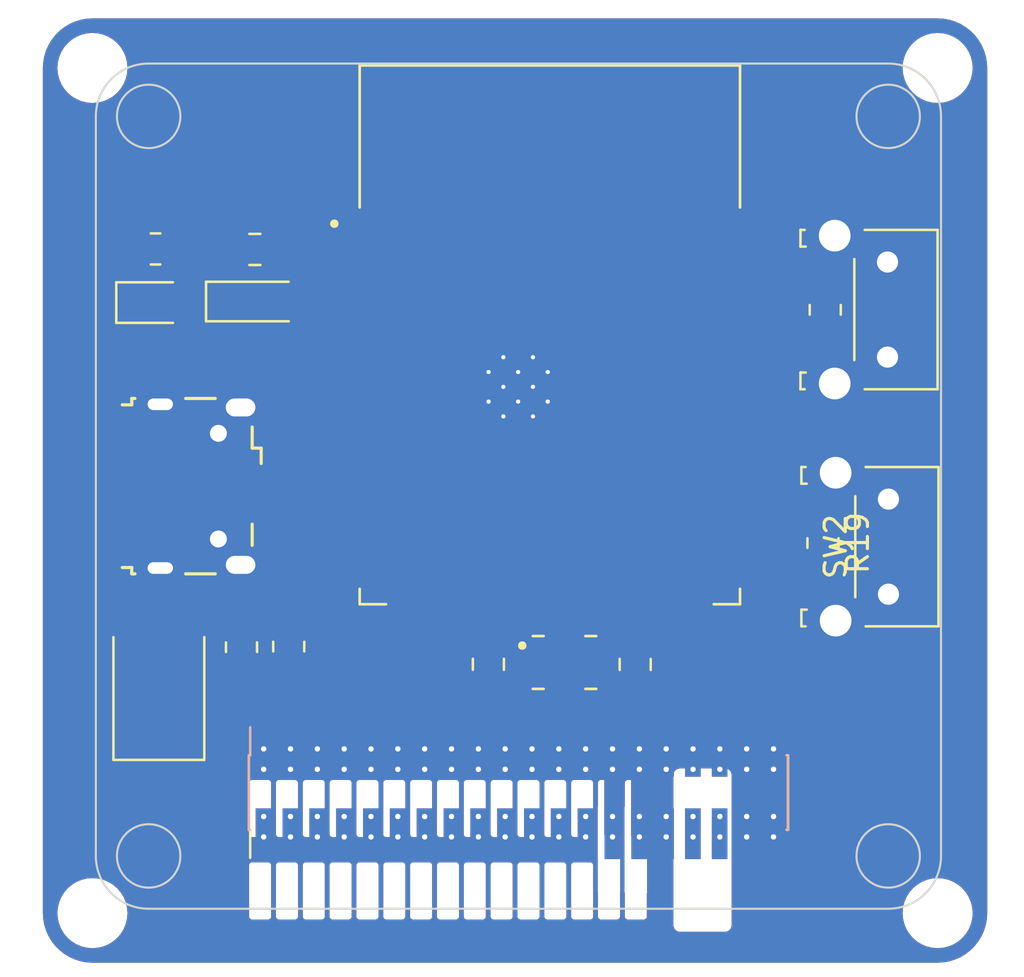
<source format=kicad_pcb>
(kicad_pcb (version 20221018) (generator pcbnew)
  (title_block (date "2023-06-14"))
  (layers (0 "F.Cu" signal) (31 "B.Cu" signal) (34 "B.Paste" user) (35 "F.Paste" user) (36 "B.SilkS" user "B.Silkscreen") (37 "F.SilkS" user "F.Silkscreen") (38 "B.Mask" user) (39 "F.Mask" user) (44 "Edge.Cuts" user))
  (net 0 "")
  (net 1 "+3.3V")
  (net 2 "+5V")
  (net 3 "/SPI_CS")
  (net 4 "/SPI_CLK")
  (net 5 "/SPI_MOSI")
  (net 6 "/SPI_MISO")
  (net 7 "/I2C_CLK")
  (net 8 "/GPIO_1")
  (net 9 "/GPIO_2")
  (net 10 "/GPIO_3")
  (net 11 "/GPIO_4")
  (net 12 "/GPIO_5")
  (net 13 "/GPIO_6")
  (net 14 "/GPIO_7")
  (net 15 "/GPIO_8")
  (net 16 "/ADC_1")
  (net 17 "/ADC_3")
  (net 18 "/ADC_4")
  (net 19 "/ADC_2")
  (net 20 "/I2C_SDA")
  (net 21 "Net-(D2-A)")
  (net 22 "/UART1_Rx")
  (net 23 "GND")
  (net 24 "/UART1_Tx")
  (net 25 "Net-(D1-K)")
  (net 26 "/LED")
  (net 27 "Net-(R1-Pad2)")
  (net 28 "/spi3_cs")
  (net 29 "/spi3_clk")
  (net 30 "/spi3_mosi")
  (net 31 "/spi3_miso")
  (net 32 "Net-(U1-IO0)")
  (net 33 "/IMU_FSYNC")
  (net 35 "/UART2_Rx")
  (net 36 "/UART2_Tx")
  (net 37 "/GPIO_11")
  (net 38 "/GPIO_12")
  (net 39 "/GPIO_9")
  (net 40 "/GPIO_10")
  (net 41 "/+BATT")
  (net 42 "Net-(J3-D-)")
  (net 43 "Net-(J3-D+)")
  (net 45 "/usb+")
  (net 46 "/usb-")
  (net 47 "Net-(R19-Pad2)")
  (net 48 "Net-(U1-IO45)")
  (footprint "Connector_PinHeader_1.27mm:PinHeader_2x20_P1.27mm_Vertical_SMD" (layer "F.Cu") (at 65.321233 70.803266 90)
    (fp_text reference "J1" hide)
    (fp_text value "TOP" hide)
    (fp_line (start -3.09 -12.695) (end -1.765 -12.695) (stroke (width 0.12)) (layer "F.SilkS"))
    (fp_line (start -1.765 -12.76) (end -1.765 -12.695) (stroke (width 0.12)) (layer "F.SilkS"))
    (fp_line (start -1.765 -12.76) (end 1.765 -12.76) (stroke (width 0.12)) (layer "F.SilkS"))
    (fp_line (start -1.765 12.695) (end -1.765 12.76) (stroke (width 0.12)) (layer "F.SilkS"))
    (fp_line (start -1.765 12.76) (end 1.765 12.76) (stroke (width 0.12)) (layer "F.SilkS"))
    (fp_line (start 1.765 -12.76) (end 1.765 -12.695) (stroke (width 0.12)) (layer "F.SilkS"))
    (fp_line (start 1.765 12.695) (end 1.765 12.76) (stroke (width 0.12)) (layer "F.SilkS"))
    (pad "1" smd rect (at -1.95 -12.065 90) (size 2.4 0.74) (layers "F.Cu" "F.Paste" "F.Mask") (net 16 "/ADC_1"))
    (pad "2" smd rect (at 1.95 -12.065 90) (size 2.4 0.74) (layers "F.Cu" "F.Paste" "F.Mask") (net 19 "/ADC_2"))
    (pad "3" smd rect (at -1.95 -10.795 90) (size 2.4 0.74) (layers "F.Cu" "F.Paste" "F.Mask") (net 17 "/ADC_3"))
    (pad "4" smd rect (at 1.95 -10.795 90) (size 2.4 0.74) (layers "F.Cu" "F.Paste" "F.Mask") (net 18 "/ADC_4"))
    (pad "5" smd rect (at -1.95 -9.525 90) (size 2.4 0.74) (layers "F.Cu" "F.Paste" "F.Mask") (net 22 "/UART1_Rx"))
    (pad "6" smd rect (at 1.95 -9.525 90) (size 2.4 0.74) (layers "F.Cu" "F.Paste" "F.Mask") (net 24 "/UART1_Tx"))
    (pad "7" smd rect (at -1.95 -8.255 90) (size 2.4 0.74) (layers "F.Cu" "F.Paste" "F.Mask") (net 35 "/UART2_Rx"))
    (pad "8" smd rect (at 1.95 -8.255 90) (size 2.4 0.74) (layers "F.Cu" "F.Paste" "F.Mask") (net 36 "/UART2_Tx"))
    (pad "9" smd rect (at -1.95 -6.985 90) (size 2.4 0.74) (layers "F.Cu" "F.Paste" "F.Mask") (net 20 "/I2C_SDA"))
    (pad "10" smd rect (at 1.95 -6.985 90) (size 2.4 0.74) (layers "F.Cu" "F.Paste" "F.Mask") (net 7 "/I2C_CLK"))
    (pad "11" smd rect (at -1.95 -5.715 90) (size 2.4 0.74) (layers "F.Cu" "F.Paste" "F.Mask") (net 3 "/SPI_CS"))
    (pad "12" smd rect (at 1.95 -5.715 90) (size 2.4 0.74) (layers "F.Cu" "F.Paste" "F.Mask") (net 4 "/SPI_CLK"))
    (pad "13" smd rect (at -1.95 -4.445 90) (size 2.4 0.74) (layers "F.Cu" "F.Paste" "F.Mask") (net 5 "/SPI_MOSI"))
    (pad "14" smd rect (at 1.95 -4.445 90) (size 2.4 0.74) (layers "F.Cu" "F.Paste" "F.Mask") (net 6 "/SPI_MISO"))
    (pad "15" smd rect (at -1.95 -3.175 90) (size 2.4 0.74) (layers "F.Cu" "F.Paste" "F.Mask") (net 8 "/GPIO_1"))
    (pad "16" smd rect (at 1.95 -3.175 90) (size 2.4 0.74) (layers "F.Cu" "F.Paste" "F.Mask") (net 9 "/GPIO_2"))
    (pad "17" smd rect (at -1.95 -1.905 90) (size 2.4 0.74) (layers "F.Cu" "F.Paste" "F.Mask") (net 10 "/GPIO_3"))
    (pad "18" smd rect (at 1.95 -1.905 90) (size 2.4 0.74) (layers "F.Cu" "F.Paste" "F.Mask") (net 11 "/GPIO_4"))
    (pad "19" smd rect (at -1.95 -0.635 90) (size 2.4 0.74) (layers "F.Cu" "F.Paste" "F.Mask") (net 12 "/GPIO_5"))
    (pad "20" smd rect (at 1.95 -0.635 90) (size 2.4 0.74) (layers "F.Cu" "F.Paste" "F.Mask") (net 13 "/GPIO_6"))
    (pad "21" smd rect (at -1.95 0.635 90) (size 2.4 0.74) (layers "F.Cu" "F.Paste" "F.Mask") (net 14 "/GPIO_7"))
    (pad "22" smd rect (at 1.95 0.635 90) (size 2.4 0.74) (layers "F.Cu" "F.Paste" "F.Mask") (net 15 "/GPIO_8"))
    (pad "23" smd rect (at -1.95 1.905 90) (size 2.4 0.74) (layers "F.Cu" "F.Paste" "F.Mask") (net 39 "/GPIO_9"))
    (pad "24" smd rect (at 1.95 1.905 90) (size 2.4 0.74) (layers "F.Cu" "F.Paste" "F.Mask") (net 40 "/GPIO_10"))
    (pad "25" smd rect (at -1.95 3.175 90) (size 2.4 0.74) (layers "F.Cu" "F.Paste" "F.Mask") (net 37 "/GPIO_11"))
    (pad "26" smd rect (at 1.95 3.175 90) (size 2.4 0.74) (layers "F.Cu" "F.Paste" "F.Mask") (net 38 "/GPIO_12"))
    (pad "27" smd rect (at -1.95 4.445 90) (size 2.4 0.74) (layers "F.Cu" "F.Paste" "F.Mask") (net 1 "+3.3V"))
    (pad "28" smd rect (at 1.95 4.445 90) (size 2.4 0.74) (layers "F.Cu" "F.Paste" "F.Mask") (net 1 "+3.3V"))
    (pad "29" smd rect (at -1.95 5.715 90) (size 2.4 0.74) (layers "F.Cu" "F.Paste" "F.Mask") (net 2 "+5V"))
    (pad "30" smd rect (at 1.95 5.715 90) (size 2.4 0.74) (layers "F.Cu" "F.Paste" "F.Mask") (net 2 "+5V"))
    (pad "31" smd rect (at -1.95 6.985 90) (size 2.4 0.74) (layers "F.Cu" "F.Paste" "F.Mask") (net 23 "GND"))
    (pad "32" smd rect (at 1.95 6.985 90) (size 2.4 0.74) (layers "F.Cu" "F.Paste" "F.Mask") (net 23 "GND"))
    (pad "33" smd rect (at -1.95 8.255 90) (size 2.4 0.74) (layers "F.Cu" "F.Paste" "F.Mask") (net 41 "/+BATT"))
    (pad "34" smd rect (at 1.95 8.255 90) (size 2.4 0.74) (layers "F.Cu" "F.Paste" "F.Mask") (net 41 "/+BATT"))
    (pad "35" smd rect (at -1.95 9.525 90) (size 2.4 0.74) (layers "F.Cu" "F.Paste" "F.Mask") (net 41 "/+BATT"))
    (pad "36" smd rect (at 1.95 9.525 90) (size 2.4 0.74) (layers "F.Cu" "F.Paste" "F.Mask") (net 41 "/+BATT"))
    (pad "37" smd rect (at -1.95 10.795 90) (size 2.4 0.74) (layers "F.Cu" "F.Paste" "F.Mask") (net 23 "GND"))
    (pad "38" smd rect (at 1.95 10.795 90) (size 2.4 0.74) (layers "F.Cu" "F.Paste" "F.Mask") (net 23 "GND"))
    (pad "39" smd rect (at -1.95 12.065 90) (size 2.4 0.74) (layers "F.Cu" "F.Paste" "F.Mask") (net 23 "GND"))
    (pad "40" smd rect (at 1.95 12.065 90) (size 2.4 0.74) (layers "F.Cu" "F.Paste" "F.Mask") (net 23 "GND"))
  )
  (footprint "Capacitor_SMD:C_0805_2012Metric" (layer "F.Cu") (at 70.846433 64.740466 90)
    (fp_text reference "C4" hide)
    (fp_text value "0.1uF")
    (fp_line (start -0.261252 -0.735) (end 0.261252 -0.735) (stroke (width 0.12)) (layer "F.SilkS"))
    (fp_line (start -0.261252 0.735) (end 0.261252 0.735) (stroke (width 0.12)) (layer "F.SilkS"))
    (pad "1" smd roundrect (at -0.95 0 90) (size 1 1.45) (layers "F.Cu" "F.Paste" "F.Mask") (net 1 "+3.3V"))
    (pad "2" smd roundrect (at 0.95 0 90) (size 1 1.45) (layers "F.Cu" "F.Paste" "F.Mask") (net 23 "GND"))
  )
  (footprint "Resistor_SMD:R_0805_2012Metric" (layer "F.Cu") (at 54.450633 63.895366 90)
    (fp_text reference "R29" hide)
    (fp_text value "22")
    (fp_line (start -0.227064 -0.735) (end 0.227064 -0.735) (stroke (width 0.12)) (layer "F.SilkS"))
    (fp_line (start -0.227064 0.735) (end 0.227064 0.735) (stroke (width 0.12)) (layer "F.SilkS"))
    (pad "1" smd roundrect (at -0.9125 0 90) (size 1.025 1.4) (layers "F.Cu" "F.Paste" "F.Mask") (roundrect_rratio 0.243902) (net 43 "Net-(J3-D+)"))
    (pad "2" smd roundrect (at 0.9125 0 90) (size 1.025 1.4) (layers "F.Cu" "F.Paste" "F.Mask") (roundrect_rratio 0.243902) (net 45 "/usb+"))
  )
  (footprint "Capacitor_SMD:C_0805_2012Metric" (layer "F.Cu") (at 52.846633 45.101266)
    (fp_text reference "C2" hide)
    (fp_text value "0.1uF")
    (fp_line (start -0.261252 -0.735) (end 0.261252 -0.735) (stroke (width 0.12)) (layer "F.SilkS"))
    (fp_line (start -0.261252 0.735) (end 0.261252 0.735) (stroke (width 0.12)) (layer "F.SilkS"))
    (pad "1" smd roundrect (at -0.95 0) (size 1 1.45) (layers "F.Cu" "F.Paste" "F.Mask") (net 1 "+3.3V"))
    (pad "2" smd roundrect (at 0.95 0) (size 1 1.45) (layers "F.Cu" "F.Paste" "F.Mask") (net 23 "GND"))
  )
  (footprint "Diode_SMD:D_SMB" (layer "F.Cu") (at 48.303833 65.599066 90)
    (fp_text reference "D2" hide)
    (fp_text value "SS54")
    (fp_line (start -3.66 -2.15) (end -3.66 2.15) (stroke (width 0.12)) (layer "F.SilkS"))
    (fp_line (start -3.66 -2.15) (end 2.15 -2.15) (stroke (width 0.12)) (layer "F.SilkS"))
    (fp_line (start -3.66 2.15) (end 2.15 2.15) (stroke (width 0.12)) (layer "F.SilkS"))
    (pad "1" smd roundrect (at -2.15 0 90) (size 2.5 2.3) (layers "F.Cu" "F.Paste" "F.Mask") (roundrect_rratio 0.1086956522) (net 2 "+5V"))
    (pad "2" smd roundrect (at 2.15 0 90) (size 2.5 2.3) (layers "F.Cu" "F.Paste" "F.Mask") (roundrect_rratio 0.1086956522) (net 21 "Net-(D2-A)"))
  )
  (footprint "Button_Switch_THT:SW_SPST_Omron_B3F-315x_Angled" (layer "F.Cu") (at 82.833233 56.917666 -90)
    (fp_text reference "SW2" (at 2.25 2.5 90) (layer "F.SilkS"))
    (fp_text value "SW_Push")
    (fp_line (start -1.52 -2.37) (end -1.52 1.08) (stroke (width 0.12)) (layer "F.SilkS"))
    (fp_line (start -1.52 3.92) (end -1.52 4.12) (stroke (width 0.12)) (layer "F.SilkS"))
    (fp_line (start -0.73 4.12) (end -1.52 4.12) (stroke (width 0.12)) (layer "F.SilkS"))
    (fp_line (start -0.73 4.12) (end -0.73 3.87) (stroke (width 0.12)) (layer "F.SilkS"))
    (fp_line (start -0.14 1.57) (end 4.64 1.57) (stroke (width 0.12)) (layer "F.SilkS"))
    (fp_line (start 5.23 4.12) (end 5.23 3.87) (stroke (width 0.12)) (layer "F.SilkS"))
    (fp_line (start 6.02 -2.37) (end -1.52 -2.37) (stroke (width 0.12)) (layer "F.SilkS"))
    (fp_line (start 6.02 1.08) (end 6.02 -2.37) (stroke (width 0.12)) (layer "F.SilkS"))
    (fp_line (start 6.02 3.92) (end 6.02 4.12) (stroke (width 0.12)) (layer "F.SilkS"))
    (fp_line (start 6.02 4.12) (end 5.23 4.12) (stroke (width 0.12)) (layer "F.SilkS"))
    (pad "" thru_hole circle (at -1.25 2.5 90) (size 2.4 2.4) (drill 1.5) (layers "*.Cu" "*.Mask"))
    (pad "" thru_hole circle (at 5.75 2.5 90) (size 2.4 2.4) (drill 1.5) (layers "*.Cu" "*.Mask"))
    (pad "1" thru_hole circle (at 0 0 90) (size 1.7 1.7) (drill 1) (layers "*.Cu" "*.Mask") (net 47 "Net-(R19-Pad2)"))
    (pad "2" thru_hole circle (at 4.5 0 90) (size 1.7 1.7) (drill 1) (layers "*.Cu" "*.Mask") (net 48 "Net-(U1-IO45)"))
  )
  (footprint "Connector_USB:USB_Micro-B_Wuerth_629105150521" (layer "F.Cu") (at 50.321233 56.303266 -90)
    (fp_text reference "J3" hide)
    (fp_text value "USB_B_Micro")
    (fp_line (start -4.15 -0.65) (end -4.15 0.75) (stroke (width 0.15)) (layer "F.SilkS"))
    (fp_line (start -4.15 3.15) (end -4.15 3.3) (stroke (width 0.15)) (layer "F.SilkS"))
    (fp_line (start -4.15 3.3) (end -3.85 3.3) (stroke (width 0.15)) (layer "F.SilkS"))
    (fp_line (start -3.85 3.3) (end -3.85 3.75) (stroke (width 0.15)) (layer "F.SilkS"))
    (fp_line (start -1.8 -2.825) (end -1.8 -2.4) (stroke (width 0.15)) (layer "F.SilkS"))
    (fp_line (start -1.8 -2.4) (end -2.8 -2.4) (stroke (width 0.15)) (layer "F.SilkS"))
    (fp_line (start -1.075 -2.825) (end -1.8 -2.825) (stroke (width 0.15)) (layer "F.SilkS"))
    (fp_line (start 1.8 -2.4) (end 2.8 -2.4) (stroke (width 0.15)) (layer "F.SilkS"))
    (fp_line (start 3.85 3.3) (end 4.15 3.3) (stroke (width 0.15)) (layer "F.SilkS"))
    (fp_line (start 3.85 3.75) (end 3.85 3.3) (stroke (width 0.15)) (layer "F.SilkS"))
    (fp_line (start 4.15 0.75) (end 4.15 -0.65) (stroke (width 0.15)) (layer "F.SilkS"))
    (fp_line (start 4.15 3.3) (end 4.15 3.15) (stroke (width 0.15)) (layer "F.SilkS"))
    (pad "" np_thru_hole oval (at -2.5 -0.8 270) (size 0.8 0.8) (drill 0.8) (layers "*.Cu" "*.Mask"))
    (pad "" np_thru_hole oval (at 2.5 -0.8 270) (size 0.8 0.8) (drill 0.8) (layers "*.Cu" "*.Mask"))
    (pad "1" smd rect (at -1.3 -1.9 270) (size 0.45 1.3) (layers "F.Cu" "F.Paste" "F.Mask") (net 21 "Net-(D2-A)"))
    (pad "2" smd rect (at -0.65 -1.9 270) (size 0.45 1.3) (layers "F.Cu" "F.Paste" "F.Mask") (net 42 "Net-(J3-D-)"))
    (pad "3" smd rect (at 0 -1.9 270) (size 0.45 1.3) (layers "F.Cu" "F.Paste" "F.Mask") (net 43 "Net-(J3-D+)"))
    (pad "4" smd rect (at 0.65 -1.9 270) (size 0.45 1.3) (layers "F.Cu" "F.Paste" "F.Mask"))
    (pad "5" smd rect (at 1.3 -1.9 270) (size 0.45 1.3) (layers "F.Cu" "F.Paste" "F.Mask") (net 23 "GND"))
    (pad "6" thru_hole oval (at -3.875 1.95 270) (size 1.15 1.8) (drill oval 0.55 1.2) (layers "*.Cu" "*.Mask") (net 23 "GND"))
    (pad "6" thru_hole oval (at -3.725 -1.85 270) (size 1.45 2) (drill oval 0.85 1.4) (layers "*.Cu" "*.Mask") (net 23 "GND"))
    (pad "6" thru_hole oval (at 3.725 -1.85 270) (size 1.45 2) (drill oval 0.85 1.4) (layers "*.Cu" "*.Mask") (net 23 "GND"))
    (pad "6" thru_hole oval (at 3.875 1.95 270) (size 1.15 1.8) (drill oval 0.55 1.2) (layers "*.Cu" "*.Mask") (net 23 "GND"))
  )
  (footprint "Resistor_SMD:R_0805_2012Metric" (layer "F.Cu") (at 52.215433 63.924566 90)
    (fp_text reference "R30" hide)
    (fp_text value "22")
    (fp_line (start -0.227064 -0.735) (end 0.227064 -0.735) (stroke (width 0.12)) (layer "F.SilkS"))
    (fp_line (start -0.227064 0.735) (end 0.227064 0.735) (stroke (width 0.12)) (layer "F.SilkS"))
    (pad "1" smd roundrect (at -0.9125 0 90) (size 1.025 1.4) (layers "F.Cu" "F.Paste" "F.Mask") (roundrect_rratio 0.243902) (net 42 "Net-(J3-D-)"))
    (pad "2" smd roundrect (at 0.9125 0 90) (size 1.025 1.4) (layers "F.Cu" "F.Paste" "F.Mask") (roundrect_rratio 0.243902) (net 46 "/usb-"))
  )
  (footprint "ICM-42688-P:ICM-42688-P" (layer "F.Cu") (at 67.501633 64.648466)
    (fp_text reference "U2" hide)
    (fp_text value "ICM-42688-P")
    (fp_line (start -1.5 -1.25) (end -0.99 -1.25) (stroke (width 0.127)) (layer "F.SilkS"))
    (fp_line (start -1.5 1.25) (end -0.99 1.25) (stroke (width 0.127)) (layer "F.SilkS"))
    (fp_line (start 0.99 -1.25) (end 1.5 -1.25) (stroke (width 0.127)) (layer "F.SilkS"))
    (fp_line (start 1.5 1.25) (end 0.99 1.25) (stroke (width 0.127)) (layer "F.SilkS"))
    (fp_circle (center -2 -0.8) (end -1.9 -0.8) (stroke (width 0.2)) (fill none) (layer "F.SilkS"))
    (pad "1" smd roundrect (at -1.165 -0.75) (size 0.59 0.35) (layers "F.Cu" "F.Paste") (roundrect_rratio 0.09) (net 31 "/spi3_miso"))
    (pad "2" smd roundrect (at -1.165 -0.25) (size 0.59 0.35) (layers "F.Cu" "F.Paste") (roundrect_rratio 0.09) (net 23 "GND"))
    (pad "3" smd roundrect (at -1.165 0.25) (size 0.59 0.35) (layers "F.Cu" "F.Paste") (roundrect_rratio 0.09) (net 23 "GND"))
    (pad "4" smd roundrect (at -1.165 0.75) (size 0.59 0.35) (layers "F.Cu" "F.Paste") (roundrect_rratio 0.09))
    (pad "5" smd roundrect (at -0.5 0.915 90) (size 0.59 0.35) (layers "F.Cu" "F.Paste") (roundrect_rratio 0.09) (net 1 "+3.3V"))
    (pad "6" smd roundrect (at 0 0.915 90) (size 0.59 0.35) (layers "F.Cu" "F.Paste") (roundrect_rratio 0.09) (net 23 "GND"))
    (pad "7" smd roundrect (at 0.5 0.915 90) (size 0.59 0.35) (layers "F.Cu" "F.Paste") (roundrect_rratio 0.09) (net 23 "GND"))
    (pad "8" smd roundrect (at 1.165 0.75 180) (size 0.59 0.35) (layers "F.Cu" "F.Paste") (roundrect_rratio 0.09) (net 1 "+3.3V"))
    (pad "9" smd roundrect (at 1.165 0.25 180) (size 0.59 0.35) (layers "F.Cu" "F.Paste") (roundrect_rratio 0.09) (net 33 "/IMU_FSYNC"))
    (pad "10" smd roundrect (at 1.165 -0.25 180) (size 0.59 0.35) (layers "F.Cu" "F.Paste") (roundrect_rratio 0.09) (net 23 "GND"))
    (pad "11" smd roundrect (at 1.165 -0.75 180) (size 0.59 0.35) (layers "F.Cu" "F.Paste") (roundrect_rratio 0.09) (net 23 "GND"))
    (pad "12" smd roundrect (at 0.5 -0.915 270) (size 0.59 0.35) (layers "F.Cu" "F.Paste") (roundrect_rratio 0.09) (net 28 "/spi3_cs"))
    (pad "13" smd roundrect (at 0 -0.915 270) (size 0.59 0.35) (layers "F.Cu" "F.Paste") (roundrect_rratio 0.09) (net 29 "/spi3_clk"))
    (pad "14" smd roundrect (at -0.5 -0.915 270) (size 0.59 0.35) (layers "F.Cu" "F.Paste") (roundrect_rratio 0.09) (net 30 "/spi3_mosi"))
  )
  (footprint "Button_Switch_THT:SW_SPST_Omron_B3F-315x_Angled" (layer "F.Cu") (at 82.788833 45.696065 -90)
    (fp_text reference "SW1" hide)
    (fp_text value "SW_Push")
    (fp_line (start -1.52 -2.37) (end -1.52 1.08) (stroke (width 0.12)) (layer "F.SilkS"))
    (fp_line (start -1.52 3.92) (end -1.52 4.12) (stroke (width 0.12)) (layer "F.SilkS"))
    (fp_line (start -0.73 4.12) (end -1.52 4.12) (stroke (width 0.12)) (layer "F.SilkS"))
    (fp_line (start -0.73 4.12) (end -0.73 3.87) (stroke (width 0.12)) (layer "F.SilkS"))
    (fp_line (start -0.14 1.57) (end 4.64 1.57) (stroke (width 0.12)) (layer "F.SilkS"))
    (fp_line (start 5.23 4.12) (end 5.23 3.87) (stroke (width 0.12)) (layer "F.SilkS"))
    (fp_line (start 6.02 -2.37) (end -1.52 -2.37) (stroke (width 0.12)) (layer "F.SilkS"))
    (fp_line (start 6.02 1.08) (end 6.02 -2.37) (stroke (width 0.12)) (layer "F.SilkS"))
    (fp_line (start 6.02 3.92) (end 6.02 4.12) (stroke (width 0.12)) (layer "F.SilkS"))
    (fp_line (start 6.02 4.12) (end 5.23 4.12) (stroke (width 0.12)) (layer "F.SilkS"))
    (pad "" thru_hole circle (at -1.25 2.5 90) (size 2.4 2.4) (drill 1.5) (layers "*.Cu" "*.Mask"))
    (pad "" thru_hole circle (at 5.75 2.5 90) (size 2.4 2.4) (drill 1.5) (layers "*.Cu" "*.Mask"))
    (pad "1" thru_hole circle (at 0 0 90) (size 1.7 1.7) (drill 1) (layers "*.Cu" "*.Mask") (net 27 "Net-(R1-Pad2)"))
    (pad "2" thru_hole circle (at 4.5 0 90) (size 1.7 1.7) (drill 1) (layers "*.Cu" "*.Mask") (net 32 "Net-(U1-IO0)"))
  )
  (footprint "Capacitor_SMD:C_0805_2012Metric" (layer "F.Cu") (at 63.899433 64.735466 90)
    (fp_text reference "C3" hide)
    (fp_text value "0.1uF")
    (fp_line (start -0.261252 -0.735) (end 0.261252 -0.735) (stroke (width 0.12)) (layer "F.SilkS"))
    (fp_line (start -0.261252 0.735) (end 0.261252 0.735) (stroke (width 0.12)) (layer "F.SilkS"))
    (pad "1" smd roundrect (at -0.95 0 90) (size 1 1.45) (layers "F.Cu" "F.Paste" "F.Mask") (net 1 "+3.3V"))
    (pad "2" smd roundrect (at 0.95 0 90) (size 1 1.45) (layers "F.Cu" "F.Paste" "F.Mask") (net 23 "GND"))
  )
  (footprint "ESP32-S3-WROOM-1:ESP32-S3-WROOM-1" (layer "F.Cu") (at 66.808033 49.142066)
    (fp_text reference "U1" hide)
    (fp_text value "ESP32-S3-WROOM-1-N16R2")
    (fp_line (start -9 -12.75) (end 9 -12.75) (stroke (width 0.127)) (layer "F.SilkS"))
    (fp_line (start -9 -6.03) (end -9 -12.75) (stroke (width 0.127)) (layer "F.SilkS"))
    (fp_line (start -9 12.02) (end -9 12.75) (stroke (width 0.127)) (layer "F.SilkS"))
    (fp_line (start -9 12.75) (end -7.755 12.75) (stroke (width 0.127)) (layer "F.SilkS"))
    (fp_line (start 9 -12.75) (end 9 -6.03) (stroke (width 0.127)) (layer "F.SilkS"))
    (fp_line (start 9 12.02) (end 9 12.75) (stroke (width 0.127)) (layer "F.SilkS"))
    (fp_line (start 9 12.75) (end 7.755 12.75) (stroke (width 0.127)) (layer "F.SilkS"))
    (fp_circle (center -10.2 -5.26) (end -10.1 -5.26) (stroke (width 0.2)) (fill none) (layer "F.SilkS"))
    (pad "1" smd rect (at -8.75 -5.26) (size 1.5 0.9) (layers "F.Cu" "F.Paste" "F.Mask") (net 23 "GND"))
    (pad "2" smd rect (at -8.75 -3.99) (size 1.5 0.9) (layers "F.Cu" "F.Paste" "F.Mask") (net 1 "+3.3V"))
    (pad "3" smd rect (at -8.75 -2.72) (size 1.5 0.9) (layers "F.Cu" "F.Paste" "F.Mask") (net 1 "+3.3V"))
    (pad "4" smd rect (at -8.75 -1.45) (size 1.5 0.9) (layers "F.Cu" "F.Paste" "F.Mask") (net 16 "/ADC_1"))
    (pad "5" smd rect (at -8.75 -0.18) (size 1.5 0.9) (layers "F.Cu" "F.Paste" "F.Mask") (net 19 "/ADC_2"))
    (pad "6" smd rect (at -8.75 1.09) (size 1.5 0.9) (layers "F.Cu" "F.Paste" "F.Mask") (net 17 "/ADC_3"))
    (pad "7" smd rect (at -8.75 2.36) (size 1.5 0.9) (layers "F.Cu" "F.Paste" "F.Mask") (net 18 "/ADC_4"))
    (pad "8" smd rect (at -8.75 3.63) (size 1.5 0.9) (layers "F.Cu" "F.Paste" "F.Mask") (net 35 "/UART2_Rx"))
    (pad "9" smd rect (at -8.75 4.9) (size 1.5 0.9) (layers "F.Cu" "F.Paste" "F.Mask") (net 36 "/UART2_Tx"))
    (pad "10" smd rect (at -8.75 6.17) (size 1.5 0.9) (layers "F.Cu" "F.Paste" "F.Mask") (net 20 "/I2C_SDA"))
    (pad "11" smd rect (at -8.75 7.44) (size 1.5 0.9) (layers "F.Cu" "F.Paste" "F.Mask") (net 7 "/I2C_CLK"))
    (pad "12" smd rect (at -8.75 8.71) (size 1.5 0.9) (layers "F.Cu" "F.Paste" "F.Mask") (net 26 "/LED"))
    (pad "13" smd rect (at -8.75 9.98) (size 1.5 0.9) (layers "F.Cu" "F.Paste" "F.Mask") (net 46 "/usb-"))
    (pad "14" smd rect (at -8.75 11.25) (size 1.5 0.9) (layers "F.Cu" "F.Paste" "F.Mask") (net 45 "/usb+"))
    (pad "15" smd rect (at -6.985 12.5) (size 0.9 1.5) (layers "F.Cu" "F.Paste" "F.Mask") (net 6 "/SPI_MISO"))
    (pad "16" smd rect (at -5.715 12.5) (size 0.9 1.5) (layers "F.Cu" "F.Paste" "F.Mask") (net 3 "/SPI_CS"))
    (pad "17" smd rect (at -4.445 12.5) (size 0.9 1.5) (layers "F.Cu" "F.Paste" "F.Mask") (net 5 "/SPI_MOSI"))
    (pad "18" smd rect (at -3.175 12.5) (size 0.9 1.5) (layers "F.Cu" "F.Paste" "F.Mask") (net 4 "/SPI_CLK"))
    (pad "19" smd rect (at -1.905 12.5) (size 0.9 1.5) (layers "F.Cu" "F.Paste" "F.Mask") (net 31 "/spi3_miso"))
    (pad "20" smd rect (at -0.635 12.5) (size 0.9 1.5) (layers "F.Cu" "F.Paste" "F.Mask") (net 33 "/IMU_FSYNC"))
    (pad "21" smd rect (at 0.635 12.5) (size 0.9 1.5) (layers "F.Cu" "F.Paste" "F.Mask") (net 28 "/spi3_cs"))
    (pad "22" smd rect (at 1.905 12.5) (size 0.9 1.5) (layers "F.Cu" "F.Paste" "F.Mask") (net 29 "/spi3_clk"))
    (pad "23" smd rect (at 3.175 12.5) (size 0.9 1.5) (layers "F.Cu" "F.Paste" "F.Mask") (net 30 "/spi3_mosi"))
    (pad "24" smd rect (at 4.445 12.5) (size 0.9 1.5) (layers "F.Cu" "F.Paste" "F.Mask") (net 8 "/GPIO_1"))
    (pad "25" smd rect (at 5.715 12.5) (size 0.9 1.5) (layers "F.Cu" "F.Paste" "F.Mask") (net 9 "/GPIO_2"))
    (pad "26" smd rect (at 6.985 12.5) (size 0.9 1.5) (layers "F.Cu" "F.Paste" "F.Mask") (net 48 "Net-(U1-IO45)"))
    (pad "27" smd rect (at 8.75 11.25) (size 1.5 0.9) (layers "F.Cu" "F.Paste" "F.Mask") (net 32 "Net-(U1-IO0)"))
    (pad "28" smd rect (at 8.75 9.98) (size 1.5 0.9) (layers "F.Cu" "F.Paste" "F.Mask") (net 10 "/GPIO_3"))
    (pad "29" smd rect (at 8.75 8.71) (size 1.5 0.9) (layers "F.Cu" "F.Paste" "F.Mask") (net 11 "/GPIO_4"))
    (pad "30" smd rect (at 8.75 7.44) (size 1.5 0.9) (layers "F.Cu" "F.Paste" "F.Mask") (net 12 "/GPIO_5"))
    (pad "31" smd rect (at 8.75 6.17) (size 1.5 0.9) (layers "F.Cu" "F.Paste" "F.Mask") (net 13 "/GPIO_6"))
    (pad "32" smd rect (at 8.75 4.9) (size 1.5 0.9) (layers "F.Cu" "F.Paste" "F.Mask") (net 14 "/GPIO_7"))
    (pad "33" smd rect (at 8.75 3.63) (size 1.5 0.9) (layers "F.Cu" "F.Paste" "F.Mask") (net 15 "/GPIO_8"))
    (pad "34" smd rect (at 8.75 2.36) (size 1.5 0.9) (layers "F.Cu" "F.Paste" "F.Mask") (net 39 "/GPIO_9"))
    (pad "35" smd rect (at 8.75 1.09) (size 1.5 0.9) (layers "F.Cu" "F.Paste" "F.Mask") (net 40 "/GPIO_10"))
    (pad "36" smd rect (at 8.75 -0.18) (size 1.5 0.9) (layers "F.Cu" "F.Paste" "F.Mask") (net 22 "/UART1_Rx"))
    (pad "37" smd rect (at 8.75 -1.45) (size 1.5 0.9) (layers "F.Cu" "F.Paste" "F.Mask") (net 24 "/UART1_Tx"))
    (pad "38" smd rect (at 8.75 -2.72) (size 1.5 0.9) (layers "F.Cu" "F.Paste" "F.Mask") (net 37 "/GPIO_11"))
    (pad "39" smd rect (at 8.75 -3.99) (size 1.5 0.9) (layers "F.Cu" "F.Paste" "F.Mask") (net 38 "/GPIO_12"))
    (pad "40" smd rect (at 8.75 -5.26) (size 1.5 0.9) (layers "F.Cu" "F.Paste" "F.Mask") (net 23 "GND"))
    (pad "41_1" smd rect (at -1.5 2.46) (size 0.9 0.9) (layers "F.Cu" "F.Paste" "F.Mask") (net 23 "GND"))
    (pad "41_2" smd rect (at -2.9 2.46) (size 0.9 0.9) (layers "F.Cu" "F.Paste" "F.Mask") (net 23 "GND"))
    (pad "41_3" smd rect (at -0.1 2.46) (size 0.9 0.9) (layers "F.Cu" "F.Paste" "F.Mask") (net 23 "GND"))
    (pad "41_4" smd rect (at -2.9 3.86) (size 0.9 0.9) (layers "F.Cu" "F.Paste" "F.Mask") (net 23 "GND"))
    (pad "41_5" smd rect (at -1.5 3.86) (size 0.9 0.9) (layers "F.Cu" "F.Paste" "F.Mask") (net 23 "GND"))
    (pad "41_6" smd rect (at -0.1 3.86) (size 0.9 0.9) (layers "F.Cu" "F.Paste" "F.Mask") (net 23 "GND"))
    (pad "41_7" smd rect (at -2.9 1.06) (size 0.9 0.9) (layers "F.Cu" "F.Paste" "F.Mask") (net 23 "GND"))
    (pad "41_8" smd rect (at -1.5 1.06) (size 0.9 0.9) (layers "F.Cu" "F.Paste" "F.Mask") (net 23 "GND"))
    (pad "41_9" smd rect (at -0.1 1.06) (size 0.9 0.9) (layers "F.Cu" "F.Paste" "F.Mask") (net 23 "GND"))
    (pad "41_10" thru_hole circle (at -1.5 1.76) (size 0.4 0.4) (drill 0.2) (layers "*.Cu"))
    (pad "41_11" thru_hole circle (at -2.9 1.76) (size 0.4 0.4) (drill 0.2) (layers "*.Cu"))
    (pad "41_12" thru_hole circle (at -0.1 1.76) (size 0.4 0.4) (drill 0.2) (layers "*.Cu"))
    (pad "41_13" thru_hole circle (at -2.9 3.16) (size 0.4 0.4) (drill 0.2) (layers "*.Cu"))
    (pad "41_14" thru_hole circle (at -1.5 3.16) (size 0.4 0.4) (drill 0.2) (layers "*.Cu"))
    (pad "41_15" thru_hole circle (at -0.1 3.16) (size 0.4 0.4) (drill 0.2) (layers "*.Cu"))
    (pad "41_16" thru_hole circle (at -2.2 1.06) (size 0.4 0.4) (drill 0.2) (layers "*.Cu"))
    (pad "41_17" thru_hole circle (at -0.8 1.06) (size 0.4 0.4) (drill 0.2) (layers "*.Cu"))
    (pad "41_18" thru_hole circle (at -2.2 2.46) (size 0.4 0.4) (drill 0.2) (layers "*.Cu"))
    (pad "41_19" thru_hole circle (at -0.8 2.46) (size 0.4 0.4) (drill 0.2) (layers "*.Cu"))
    (pad "41_20" thru_hole circle (at -2.2 3.86) (size 0.4 0.4) (drill 0.2) (layers "*.Cu"))
    (pad "41_21" thru_hole circle (at -0.8 3.86) (size 0.4 0.4) (drill 0.2) (layers "*.Cu"))
    (zone (net 0) (net_name "") (layer "F.Cu") (connect_pads (clearance 0)) (min_thickness 0.01)
      (keepout (tracks not_allowed) (vias not_allowed) (pads not_allowed) (copperpour not_allowed) (footprints allowed))
      (fill (thermal_gap 0.508) (thermal_bridge_width 0.508))
      (polygon (pts (xy 57.808033 36.392066) (xy 75.808033 36.392066) (xy 75.808033 42.392066) (xy 57.808033 42.392066)))
    )
    (zone (net 0) (net_name "") (layer "B.Cu") (connect_pads (clearance 0)) (min_thickness 0.01)
      (keepout (tracks not_allowed) (vias not_allowed) (pads not_allowed) (copperpour not_allowed) (footprints allowed))
      (fill (thermal_gap 0.508) (thermal_bridge_width 0.508))
      (polygon (pts (xy 57.808033 36.392066) (xy 75.808033 36.392066) (xy 75.808033 42.392066) (xy 57.808033 42.392066)))
    )
  )
  (footprint "Resistor_SMD:R_0805_2012Metric" (layer "F.Cu") (at 79.842433 47.956665 -90)
    (fp_text reference "R1" hide)
    (fp_text value "1k")
    (fp_line (start -0.227064 -0.735) (end 0.227064 -0.735) (stroke (width 0.12)) (layer "F.SilkS"))
    (fp_line (start -0.227064 0.735) (end 0.227064 0.735) (stroke (width 0.12)) (layer "F.SilkS"))
    (pad "1" smd roundrect (at -0.9125 0 270) (size 1.025 1.4) (layers "F.Cu" "F.Paste" "F.Mask") (roundrect_rratio 0.243902) (net 23 "GND"))
    (pad "2" smd roundrect (at 0.9125 0 270) (size 1.025 1.4) (layers "F.Cu" "F.Paste" "F.Mask") (roundrect_rratio 0.243902) (net 27 "Net-(R1-Pad2)"))
  )
  (footprint "Resistor_SMD:R_0805_2012Metric" (layer "F.Cu") (at 48.147633 45.075866)
    (fp_text reference "R2" hide)
    (fp_text value "10k")
    (fp_line (start -0.227064 -0.735) (end 0.227064 -0.735) (stroke (width 0.12)) (layer "F.SilkS"))
    (fp_line (start -0.227064 0.735) (end 0.227064 0.735) (stroke (width 0.12)) (layer "F.SilkS"))
    (pad "1" smd roundrect (at -0.9125 0) (size 1.025 1.4) (layers "F.Cu" "F.Paste" "F.Mask") (roundrect_rratio 0.243902) (net 23 "GND"))
    (pad "2" smd roundrect (at 0.9125 0) (size 1.025 1.4) (layers "F.Cu" "F.Paste" "F.Mask") (roundrect_rratio 0.243902) (net 25 "Net-(D1-K)"))
  )
  (footprint "LED_SMD:LED_0805_2012Metric" (layer "F.Cu") (at 47.972133 47.615866)
    (fp_text reference "D1" hide)
    (fp_text value "LED")
    (fp_line (start -1.685 -0.96) (end -1.685 0.96) (stroke (width 0.12)) (layer "F.SilkS"))
    (fp_line (start -1.685 0.96) (end 1 0.96) (stroke (width 0.12)) (layer "F.SilkS"))
    (fp_line (start 1 -0.96) (end -1.685 -0.96) (stroke (width 0.12)) (layer "F.SilkS"))
    (pad "1" smd roundrect (at -0.9375 0) (size 0.975 1.4) (layers "F.Cu" "F.Paste" "F.Mask") (net 25 "Net-(D1-K)"))
    (pad "2" smd roundrect (at 0.9375 0) (size 0.975 1.4) (layers "F.Cu" "F.Paste" "F.Mask") (net 26 "/LED"))
  )
  (footprint "Capacitor_Tantalum_SMD:CP_EIA-3216-12_Kemet-S" (layer "F.Cu") (at 52.846633 47.565066)
    (fp_text reference "C1" hide)
    (fp_text value "47uF")
    (fp_line (start -2.31 -0.935) (end -2.31 0.935) (stroke (width 0.12)) (layer "F.SilkS"))
    (fp_line (start -2.31 0.935) (end 1.6 0.935) (stroke (width 0.12)) (layer "F.SilkS"))
    (fp_line (start 1.6 -0.935) (end -2.31 -0.935) (stroke (width 0.12)) (layer "F.SilkS"))
    (pad "1" smd roundrect (at -1.35 0) (size 1.4 1.35) (layers "F.Cu" "F.Paste" "F.Mask") (roundrect_rratio 0.185185) (net 1 "+3.3V"))
    (pad "2" smd roundrect (at 1.35 0) (size 1.4 1.35) (layers "F.Cu" "F.Paste" "F.Mask") (roundrect_rratio 0.185185) (net 23 "GND"))
  )
  (footprint "Resistor_SMD:R_0805_2012Metric" (layer "F.Cu") (at 79.732833 58.996466 -90)
    (fp_text reference "R19" (at 0 -1.65 90) (layer "F.SilkS"))
    (fp_text value "1k")
    (fp_line (start -0.227064 -0.735) (end 0.227064 -0.735) (stroke (width 0.12)) (layer "F.SilkS"))
    (fp_line (start -0.227064 0.735) (end 0.227064 0.735) (stroke (width 0.12)) (layer "F.SilkS"))
    (pad "1" smd roundrect (at -0.9125 0 270) (size 1.025 1.4) (layers "F.Cu" "F.Paste" "F.Mask") (roundrect_rratio 0.243902) (net 23 "GND"))
    (pad "2" smd roundrect (at 0.9125 0 270) (size 1.025 1.4) (layers "F.Cu" "F.Paste" "F.Mask") (roundrect_rratio 0.243902) (net 47 "Net-(R19-Pad2)"))
  )
  (footprint "Connector_PinHeader_1.27mm:PinHeader_2x20_P1.27mm_Vertical_SMD" (layer "B.Cu") (at 65.321233 70.803266 -90)
    (fp_text reference "J2" hide)
    (fp_text value "BUTTOM" hide)
    (fp_line (start -3.09 12.695) (end -1.765 12.695) (stroke (width 0.12)) (layer "B.SilkS"))
    (fp_line (start -1.765 -12.76) (end 1.765 -12.76) (stroke (width 0.12)) (layer "B.SilkS"))
    (fp_line (start -1.765 -12.695) (end -1.765 -12.76) (stroke (width 0.12)) (layer "B.SilkS"))
    (fp_line (start -1.765 12.76) (end -1.765 12.695) (stroke (width 0.12)) (layer "B.SilkS"))
    (fp_line (start -1.765 12.76) (end 1.765 12.76) (stroke (width 0.12)) (layer "B.SilkS"))
    (fp_line (start 1.765 -12.695) (end 1.765 -12.76) (stroke (width 0.12)) (layer "B.SilkS"))
    (fp_line (start 1.765 12.76) (end 1.765 12.695) (stroke (width 0.12)) (layer "B.SilkS"))
    (pad "1" smd rect (at -1.95 12.065 270) (size 2.4 0.74) (layers "B.Cu" "B.Paste" "B.Mask") (net 19 "/ADC_2"))
    (pad "2" smd rect (at 1.95 12.065 270) (size 2.4 0.74) (layers "B.Cu" "B.Paste" "B.Mask") (net 16 "/ADC_1"))
    (pad "3" smd rect (at -1.95 10.795 270) (size 2.4 0.74) (layers "B.Cu" "B.Paste" "B.Mask") (net 18 "/ADC_4"))
    (pad "4" smd rect (at 1.95 10.795 270) (size 2.4 0.74) (layers "B.Cu" "B.Paste" "B.Mask") (net 17 "/ADC_3"))
    (pad "5" smd rect (at -1.95 9.525 270) (size 2.4 0.74) (layers "B.Cu" "B.Paste" "B.Mask") (net 24 "/UART1_Tx"))
    (pad "6" smd rect (at 1.95 9.525 270) (size 2.4 0.74) (layers "B.Cu" "B.Paste" "B.Mask") (net 22 "/UART1_Rx"))
    (pad "7" smd rect (at -1.95 8.255 270) (size 2.4 0.74) (layers "B.Cu" "B.Paste" "B.Mask") (net 36 "/UART2_Tx"))
    (pad "8" smd rect (at 1.95 8.255 270) (size 2.4 0.74) (layers "B.Cu" "B.Paste" "B.Mask") (net 35 "/UART2_Rx"))
    (pad "9" smd rect (at -1.95 6.985 270) (size 2.4 0.74) (layers "B.Cu" "B.Paste" "B.Mask") (net 7 "/I2C_CLK"))
    (pad "10" smd rect (at 1.95 6.985 270) (size 2.4 0.74) (layers "B.Cu" "B.Paste" "B.Mask") (net 20 "/I2C_SDA"))
    (pad "11" smd rect (at -1.95 5.715 270) (size 2.4 0.74) (layers "B.Cu" "B.Paste" "B.Mask") (net 4 "/SPI_CLK"))
    (pad "12" smd rect (at 1.95 5.715 270) (size 2.4 0.74) (layers "B.Cu" "B.Paste" "B.Mask") (net 3 "/SPI_CS"))
    (pad "13" smd rect (at -1.95 4.445 270) (size 2.4 0.74) (layers "B.Cu" "B.Paste" "B.Mask") (net 6 "/SPI_MISO"))
    (pad "14" smd rect (at 1.95 4.445 270) (size 2.4 0.74) (layers "B.Cu" "B.Paste" "B.Mask") (net 5 "/SPI_MOSI"))
    (pad "15" smd rect (at -1.95 3.175 270) (size 2.4 0.74) (layers "B.Cu" "B.Paste" "B.Mask") (net 9 "/GPIO_2"))
    (pad "16" smd rect (at 1.95 3.175 270) (size 2.4 0.74) (layers "B.Cu" "B.Paste" "B.Mask") (net 8 "/GPIO_1"))
    (pad "17" smd rect (at -1.95 1.905 270) (size 2.4 0.74) (layers "B.Cu" "B.Paste" "B.Mask") (net 11 "/GPIO_4"))
    (pad "18" smd rect (at 1.95 1.905 270) (size 2.4 0.74) (layers "B.Cu" "B.Paste" "B.Mask") (net 10 "/GPIO_3"))
    (pad "19" smd rect (at -1.95 0.635 270) (size 2.4 0.74) (layers "B.Cu" "B.Paste" "B.Mask") (net 13 "/GPIO_6"))
    (pad "20" smd rect (at 1.95 0.635 270) (size 2.4 0.74) (layers "B.Cu" "B.Paste" "B.Mask") (net 12 "/GPIO_5"))
    (pad "21" smd rect (at -1.95 -0.635 270) (size 2.4 0.74) (layers "B.Cu" "B.Paste" "B.Mask") (net 15 "/GPIO_8"))
    (pad "22" smd rect (at 1.95 -0.635 270) (size 2.4 0.74) (layers "B.Cu" "B.Paste" "B.Mask") (net 14 "/GPIO_7"))
    (pad "23" smd rect (at -1.95 -1.905 270) (size 2.4 0.74) (layers "B.Cu" "B.Paste" "B.Mask") (net 40 "/GPIO_10"))
    (pad "24" smd rect (at 1.95 -1.905 270) (size 2.4 0.74) (layers "B.Cu" "B.Paste" "B.Mask") (net 39 "/GPIO_9"))
    (pad "25" smd rect (at -1.95 -3.175 270) (size 2.4 0.74) (layers "B.Cu" "B.Paste" "B.Mask") (net 38 "/GPIO_12"))
    (pad "26" smd rect (at 1.95 -3.175 270) (size 2.4 0.74) (layers "B.Cu" "B.Paste" "B.Mask") (net 37 "/GPIO_11"))
    (pad "27" smd rect (at -1.95 -4.445 270) (size 2.4 0.74) (layers "B.Cu" "B.Paste" "B.Mask") (net 1 "+3.3V"))
    (pad "28" smd rect (at 1.95 -4.445 270) (size 2.4 0.74) (layers "B.Cu" "B.Paste" "B.Mask") (net 1 "+3.3V"))
    (pad "29" smd rect (at -1.95 -5.715 270) (size 2.4 0.74) (layers "B.Cu" "B.Paste" "B.Mask") (net 2 "+5V"))
    (pad "30" smd rect (at 1.95 -5.715 270) (size 2.4 0.74) (layers "B.Cu" "B.Paste" "B.Mask") (net 2 "+5V"))
    (pad "31" smd rect (at -1.95 -6.985 270) (size 2.4 0.74) (layers "B.Cu" "B.Paste" "B.Mask") (net 23 "GND"))
    (pad "32" smd rect (at 1.95 -6.985 270) (size 2.4 0.74) (layers "B.Cu" "B.Paste" "B.Mask") (net 23 "GND"))
    (pad "33" smd rect (at -1.95 -8.255 270) (size 2.4 0.74) (layers "B.Cu" "B.Paste" "B.Mask") (net 41 "/+BATT"))
    (pad "34" smd rect (at 1.95 -8.255 270) (size 2.4 0.74) (layers "B.Cu" "B.Paste" "B.Mask") (net 41 "/+BATT"))
    (pad "35" smd rect (at -1.95 -9.525 270) (size 2.4 0.74) (layers "B.Cu" "B.Paste" "B.Mask") (net 41 "/+BATT"))
    (pad "36" smd rect (at 1.95 -9.525 270) (size 2.4 0.74) (layers "B.Cu" "B.Paste" "B.Mask") (net 41 "/+BATT"))
    (pad "37" smd rect (at -1.95 -10.795 270) (size 2.4 0.74) (layers "B.Cu" "B.Paste" "B.Mask") (net 23 "GND"))
    (pad "38" smd rect (at 1.95 -10.795 270) (size 2.4 0.74) (layers "B.Cu" "B.Paste" "B.Mask") (net 23 "GND"))
    (pad "39" smd rect (at -1.95 -12.065 270) (size 2.4 0.74) (layers "B.Cu" "B.Paste" "B.Mask") (net 23 "GND"))
    (pad "40" smd rect (at 1.95 -12.065 270) (size 2.4 0.74) (layers "B.Cu" "B.Paste" "B.Mask") (net 23 "GND"))
  )
  (gr_circle (center 47.821233 38.803266) (end 49.321233 38.803266) (stroke (width 0.1)) (fill none) (layer "Edge.Cuts"))
  (gr_line (start 47.821233 76.303266) (end 82.821233 76.303266) (stroke (width 0.1)) (layer "Edge.Cuts"))
  (gr_arc (start 45.321233 38.803266) (mid 46.053466 37.035499) (end 47.821233 36.303266) (stroke (width 0.1)) (layer "Edge.Cuts"))
  (gr_line (start 45.321233 38.803266) (end 45.321233 73.803266) (stroke (width 0.1)) (layer "Edge.Cuts"))
  (gr_arc (start 47.821233 76.303266) (mid 46.053466 75.571033) (end 45.321233 73.803266) (stroke (width 0.1)) (layer "Edge.Cuts"))
  (gr_line (start 85.321233 73.803266) (end 85.321233 38.803266) (stroke (width 0.1)) (layer "Edge.Cuts"))
  (gr_circle (center 47.821233 73.803266) (end 47.821233 72.303266) (stroke (width 0.1)) (fill none) (layer "Edge.Cuts"))
  (gr_arc (start 82.821233 36.303266) (mid 84.589 37.035499) (end 85.321233 38.803266) (stroke (width 0.1)) (layer "Edge.Cuts"))
  (gr_circle (center 82.821233 73.803266) (end 81.321233 73.803266) (stroke (width 0.1)) (fill none) (layer "Edge.Cuts"))
  (gr_arc (start 85.321233 73.803266) (mid 84.589 75.571033) (end 82.821233 76.303266) (stroke (width 0.1)) (layer "Edge.Cuts"))
  (gr_line (start 82.821233 36.303266) (end 47.821233 36.303266) (stroke (width 0.1)) (layer "Edge.Cuts"))
  (gr_circle (center 82.821233 38.803266) (end 82.821233 40.303266) (stroke (width 0.1)) (fill none) (layer "Edge.Cuts"))
  (segment (start 69.766233 68.853266) (end 69.766233 72.753266) (width 0.762) (layer "F.Cu") (net 1))
  (via (at 69.774433 72.903666) (size 0.508) (drill 0.254) (layers "F.Cu" "B.Cu") (net 1))
  (via (at 69.774433 69.703266) (size 0.508) (drill 0.254) (layers "F.Cu" "B.Cu") (net 1))
  (via (at 69.774433 71.938466) (size 0.508) (drill 0.254) (layers "F.Cu" "B.Cu") (net 1))
  (via (at 69.774433 68.738066) (size 0.508) (drill 0.254) (layers "F.Cu" "B.Cu") (net 1))
  (segment (start 69.766233 68.853266) (end 69.766233 72.753266) (width 0.762) (layer "B.Cu") (net 1))
  (segment (start 71.036233 68.853266) (end 71.036233 72.753266) (width 0.762) (layer "F.Cu") (net 2))
  (via (at 71.044433 71.938466) (size 0.508) (drill 0.254) (layers "F.Cu" "B.Cu") (net 2))
  (via (at 71.044433 69.703266) (size 0.508) (drill 0.254) (layers "F.Cu" "B.Cu") (net 2))
  (via (at 71.044433 68.738066) (size 0.508) (drill 0.254) (layers "F.Cu" "B.Cu") (net 2))
  (via (at 71.044433 72.903666) (size 0.508) (drill 0.254) (layers "F.Cu" "B.Cu") (net 2))
  (segment (start 71.036233 68.853266) (end 71.036233 72.753266) (width 0.762) (layer "B.Cu") (net 2))
  (via (at 59.614433 72.903666) (size 0.508) (drill 0.254) (layers "F.Cu" "B.Cu") (net 3))
  (via (at 59.614433 71.938466) (size 0.508) (drill 0.254) (layers "F.Cu" "B.Cu") (net 3))
  (via (at 59.614433 69.703266) (size 0.508) (drill 0.254) (layers "F.Cu" "B.Cu") (net 4))
  (via (at 59.614433 68.738066) (size 0.508) (drill 0.254) (layers "F.Cu" "B.Cu") (net 4))
  (via (at 60.884433 71.938466) (size 0.508) (drill 0.254) (layers "F.Cu" "B.Cu") (net 5))
  (via (at 60.884433 72.903666) (size 0.508) (drill 0.254) (layers "F.Cu" "B.Cu") (net 5))
  (via (at 60.884433 69.703266) (size 0.508) (drill 0.254) (layers "F.Cu" "B.Cu") (net 6))
  (via (at 60.884433 68.738066) (size 0.508) (drill 0.254) (layers "F.Cu" "B.Cu") (net 6))
  (via (at 58.344433 69.703266) (size 0.508) (drill 0.254) (layers "F.Cu" "B.Cu") (net 7))
  (via (at 58.344433 68.738066) (size 0.508) (drill 0.254) (layers "F.Cu" "B.Cu") (net 7))
  (via (at 62.154433 71.938466) (size 0.508) (drill 0.254) (layers "F.Cu" "B.Cu") (net 8))
  (via (at 62.154433 72.903666) (size 0.508) (drill 0.254) (layers "F.Cu" "B.Cu") (net 8))
  (via (at 62.154433 69.703266) (size 0.508) (drill 0.254) (layers "F.Cu" "B.Cu") (net 9))
  (via (at 62.154433 68.738066) (size 0.508) (drill 0.254) (layers "F.Cu" "B.Cu") (net 9))
  (via (at 63.424433 72.903666) (size 0.508) (drill 0.254) (layers "F.Cu" "B.Cu") (net 10))
  (via (at 63.424433 71.938466) (size 0.508) (drill 0.254) (layers "F.Cu" "B.Cu") (net 10))
  (via (at 63.424433 69.703266) (size 0.508) (drill 0.254) (layers "F.Cu" "B.Cu") (net 11))
  (via (at 63.424433 68.738066) (size 0.508) (drill 0.254) (layers "F.Cu" "B.Cu") (net 11))
  (via (at 64.694433 72.903666) (size 0.508) (drill 0.254) (layers "F.Cu" "B.Cu") (net 12))
  (via (at 64.694433 71.938466) (size 0.508) (drill 0.254) (layers "F.Cu" "B.Cu") (net 12))
  (via (at 64.694433 69.703266) (size 0.508) (drill 0.254) (layers "F.Cu" "B.Cu") (net 13))
  (via (at 64.694433 68.738066) (size 0.508) (drill 0.254) (layers "F.Cu" "B.Cu") (net 13))
  (via (at 65.964433 72.903666) (size 0.508) (drill 0.254) (layers "F.Cu" "B.Cu") (net 14))
  (via (at 65.964433 71.938466) (size 0.508) (drill 0.254) (layers "F.Cu" "B.Cu") (net 14))
  (via (at 65.964433 69.703266) (size 0.508) (drill 0.254) (layers "F.Cu" "B.Cu") (net 15))
  (via (at 65.964433 68.738066) (size 0.508) (drill 0.254) (layers "F.Cu" "B.Cu") (net 15))
  (via (at 53.264433 71.938466) (size 0.508) (drill 0.254) (layers "F.Cu" "B.Cu") (net 16))
  (via (at 53.264433 72.903666) (size 0.508) (drill 0.254) (layers "F.Cu" "B.Cu") (net 16))
  (via (at 54.534433 72.903666) (size 0.508) (drill 0.254) (layers "F.Cu" "B.Cu") (net 17))
  (via (at 54.534433 71.938466) (size 0.508) (drill 0.254) (layers "F.Cu" "B.Cu") (net 17))
  (via (at 54.534433 69.703266) (size 0.508) (drill 0.254) (layers "F.Cu" "B.Cu") (net 18))
  (via (at 54.534433 68.738066) (size 0.508) (drill 0.254) (layers "F.Cu" "B.Cu") (net 18))
  (via (at 53.264433 68.738066) (size 0.508) (drill 0.254) (layers "F.Cu" "B.Cu") (net 19))
  (via (at 53.264433 69.703266) (size 0.508) (drill 0.254) (layers "F.Cu" "B.Cu") (net 19))
  (via (at 58.344433 71.938466) (size 0.508) (drill 0.254) (layers "F.Cu" "B.Cu") (net 20))
  (via (at 58.344433 72.903666) (size 0.508) (drill 0.254) (layers "F.Cu" "B.Cu") (net 20))
  (via (at 55.804433 71.938466) (size 0.508) (drill 0.254) (layers "F.Cu" "B.Cu") (net 22))
  (via (at 55.804433 72.903666) (size 0.508) (drill 0.254) (layers "F.Cu" "B.Cu") (net 22))
  (via (at 77.394433 71.938466) (size 0.508) (drill 0.254) (layers "F.Cu" "B.Cu") (net 23))
  (via (at 76.124433 68.738066) (size 0.508) (drill 0.254) (layers "F.Cu" "B.Cu") (net 23))
  (via (at 76.124433 71.938466) (size 0.508) (drill 0.254) (layers "F.Cu" "B.Cu") (net 23))
  (via (at 77.394433 68.738066) (size 0.508) (drill 0.254) (layers "F.Cu" "B.Cu") (net 23))
  (via (at 77.394433 69.703266) (size 0.508) (drill 0.254) (layers "F.Cu" "B.Cu") (net 23))
  (via (at 72.314433 72.903666) (size 0.508) (drill 0.254) (layers "F.Cu" "B.Cu") (net 23))
  (via (at 72.314433 71.938466) (size 0.508) (drill 0.254) (layers "F.Cu" "B.Cu") (net 23))
  (via (at 76.124433 69.703266) (size 0.508) (drill 0.254) (layers "F.Cu" "B.Cu") (net 23))
  (via (at 72.314433 68.738066) (size 0.508) (drill 0.254) (layers "F.Cu" "B.Cu") (net 23))
  (via (at 77.394433 72.903666) (size 0.508) (drill 0.254) (layers "F.Cu" "B.Cu") (net 23))
  (via (at 72.314433 69.703266) (size 0.508) (drill 0.254) (layers "F.Cu" "B.Cu") (net 23))
  (via (at 76.124433 72.903666) (size 0.508) (drill 0.254) (layers "F.Cu" "B.Cu") (net 23))
  (via (at 55.804433 69.703266) (size 0.508) (drill 0.254) (layers "F.Cu" "B.Cu") (net 24))
  (via (at 55.804433 68.738066) (size 0.508) (drill 0.254) (layers "F.Cu" "B.Cu") (net 24))
  (via (at 57.074433 72.903666) (size 0.508) (drill 0.254) (layers "F.Cu" "B.Cu") (net 35))
  (via (at 57.074433 71.938466) (size 0.508) (drill 0.254) (layers "F.Cu" "B.Cu") (net 35))
  (via (at 57.074433 69.703266) (size 0.508) (drill 0.254) (layers "F.Cu" "B.Cu") (net 36))
  (via (at 57.074433 68.738066) (size 0.508) (drill 0.254) (layers "F.Cu" "B.Cu") (net 36))
  (via (at 68.504433 72.903666) (size 0.508) (drill 0.254) (layers "F.Cu" "B.Cu") (net 37))
  (via (at 68.504433 71.938466) (size 0.508) (drill 0.254) (layers "F.Cu" "B.Cu") (net 37))
  (via (at 68.504433 69.703266) (size 0.508) (drill 0.254) (layers "F.Cu" "B.Cu") (net 38))
  (via (at 68.504433 68.738066) (size 0.508) (drill 0.254) (layers "F.Cu" "B.Cu") (net 38))
  (via (at 67.234433 72.903666) (size 0.508) (drill 0.254) (layers "F.Cu" "B.Cu") (net 39))
  (via (at 67.234433 71.938466) (size 0.508) (drill 0.254) (layers "F.Cu" "B.Cu") (net 39))
  (via (at 67.234433 69.703266) (size 0.508) (drill 0.254) (layers "F.Cu" "B.Cu") (net 40))
  (via (at 67.234433 68.738066) (size 0.508) (drill 0.254) (layers "F.Cu" "B.Cu") (net 40))
  (via (at 73.584433 69.703266) (size 0.508) (drill 0.254) (layers "F.Cu" "B.Cu") (net 41))
  (via (at 73.584433 72.903666) (size 0.508) (drill 0.254) (layers "F.Cu" "B.Cu") (net 41))
  (via (at 73.584433 71.938466) (size 0.508) (drill 0.254) (layers "F.Cu" "B.Cu") (net 41))
  (via (at 74.854433 72.903666) (size 0.508) (drill 0.254) (layers "F.Cu" "B.Cu") (net 41))
  (via (at 74.854433 68.738066) (size 0.508) (drill 0.254) (layers "F.Cu" "B.Cu") (net 41))
  (via (at 74.854433 69.703266) (size 0.508) (drill 0.254) (layers "F.Cu" "B.Cu") (net 41))
  (via (at 73.584433 68.738066) (size 0.508) (drill 0.254) (layers "F.Cu" "B.Cu") (net 41))
  (via (at 74.854433 71.938466) (size 0.508) (drill 0.254) (layers "F.Cu" "B.Cu") (net 41))
  (zone (net 0) (net_name "") (layers "F&B.Cu") (name "No GND") (connect_pads (clearance 0)) (min_thickness 0.25)
    (keepout (tracks not_allowed) (vias not_allowed) (pads not_allowed) (copperpour not_allowed) (footprints not_allowed))
    (fill (thermal_gap 0.5) (thermal_bridge_width 0.5))
    (polygon (pts (xy 40.785433 42.408866) (xy 40.785433 35.042866) (xy 87.521433 35.042866) (xy 87.521433 42.408866)))
  )
  (zone (net 23) (net_name "GND") (layers "F&B.Cu") (name "gnd") (connect_pads yes (clearance 0.1524)) (min_thickness 0.1524) (fill yes (thermal_gap 0.1524) (thermal_bridge_width 0.1524) (smoothing fillet) (radius 0.1524))
    (polygon (pts (xy 41.979233 33.294833) (xy 87.953233 33.294833) (xy 87.953233 79.522833) (xy 41.979233 79.522833)))
  )
)
</source>
